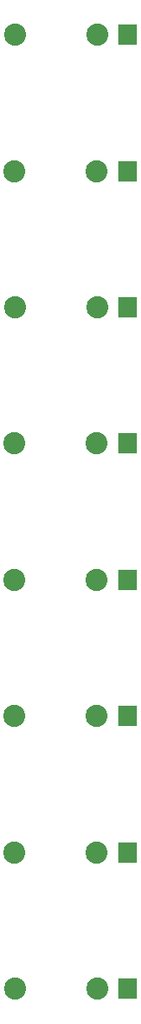
<source format=gbr>
%TF.GenerationSoftware,KiCad,Pcbnew,(5.1.6-0)*%
%TF.CreationDate,2020-10-27T19:58:16-07:00*%
%TF.ProjectId,circuit_board,63697263-7569-4745-9f62-6f6172642e6b,rev?*%
%TF.SameCoordinates,Original*%
%TF.FileFunction,Soldermask,Bot*%
%TF.FilePolarity,Negative*%
%FSLAX46Y46*%
G04 Gerber Fmt 4.6, Leading zero omitted, Abs format (unit mm)*
G04 Created by KiCad (PCBNEW (5.1.6-0)) date 2020-10-27 19:58:16*
%MOMM*%
%LPD*%
G01*
G04 APERTURE LIST*
%ADD10C,2.230000*%
%ADD11R,1.930000X2.030000*%
G04 APERTURE END LIST*
D10*
%TO.C,J1*%
X91810000Y-48230000D03*
D11*
X94910000Y-48230000D03*
D10*
X83510000Y-48230000D03*
%TD*%
%TO.C,J2*%
X91780000Y-102870000D03*
D11*
X94880000Y-102870000D03*
D10*
X83480000Y-102870000D03*
%TD*%
%TO.C,J3*%
X83480000Y-61880000D03*
D11*
X94880000Y-61880000D03*
D10*
X91780000Y-61880000D03*
%TD*%
%TO.C,J4*%
X91810000Y-75580000D03*
D11*
X94910000Y-75580000D03*
D10*
X83510000Y-75580000D03*
%TD*%
%TO.C,J5*%
X83460000Y-89190000D03*
D11*
X94860000Y-89190000D03*
D10*
X91760000Y-89190000D03*
%TD*%
%TO.C,J6*%
X83460000Y-116530000D03*
D11*
X94860000Y-116530000D03*
D10*
X91760000Y-116530000D03*
%TD*%
%TO.C,J7*%
X91760000Y-130220000D03*
D11*
X94860000Y-130220000D03*
D10*
X83460000Y-130220000D03*
%TD*%
%TO.C,J8*%
X83490000Y-143860000D03*
D11*
X94890000Y-143860000D03*
D10*
X91790000Y-143860000D03*
%TD*%
M02*

</source>
